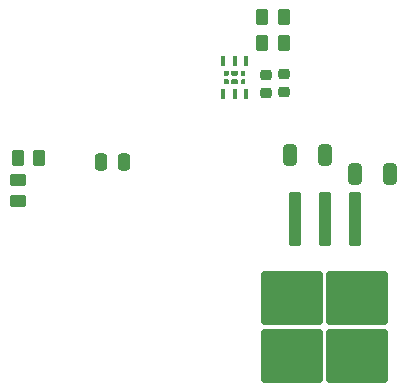
<source format=gbr>
%TF.GenerationSoftware,KiCad,Pcbnew,8.0.7*%
%TF.CreationDate,2025-04-15T22:45:20-07:00*%
%TF.ProjectId,M56PowerPrototype,4d353650-6f77-4657-9250-726f746f7479,rev?*%
%TF.SameCoordinates,Original*%
%TF.FileFunction,Paste,Top*%
%TF.FilePolarity,Positive*%
%FSLAX46Y46*%
G04 Gerber Fmt 4.6, Leading zero omitted, Abs format (unit mm)*
G04 Created by KiCad (PCBNEW 8.0.7) date 2025-04-15 22:45:20*
%MOMM*%
%LPD*%
G01*
G04 APERTURE LIST*
G04 Aperture macros list*
%AMRoundRect*
0 Rectangle with rounded corners*
0 $1 Rounding radius*
0 $2 $3 $4 $5 $6 $7 $8 $9 X,Y pos of 4 corners*
0 Add a 4 corners polygon primitive as box body*
4,1,4,$2,$3,$4,$5,$6,$7,$8,$9,$2,$3,0*
0 Add four circle primitives for the rounded corners*
1,1,$1+$1,$2,$3*
1,1,$1+$1,$4,$5*
1,1,$1+$1,$6,$7*
1,1,$1+$1,$8,$9*
0 Add four rect primitives between the rounded corners*
20,1,$1+$1,$2,$3,$4,$5,0*
20,1,$1+$1,$4,$5,$6,$7,0*
20,1,$1+$1,$6,$7,$8,$9,0*
20,1,$1+$1,$8,$9,$2,$3,0*%
G04 Aperture macros list end*
%ADD10C,0.000000*%
%ADD11RoundRect,0.225000X-0.250000X0.225000X-0.250000X-0.225000X0.250000X-0.225000X0.250000X0.225000X0*%
%ADD12RoundRect,0.250000X-0.262500X-0.450000X0.262500X-0.450000X0.262500X0.450000X-0.262500X0.450000X0*%
%ADD13RoundRect,0.250000X0.325000X0.650000X-0.325000X0.650000X-0.325000X-0.650000X0.325000X-0.650000X0*%
%ADD14RoundRect,0.250000X-0.250000X-0.475000X0.250000X-0.475000X0.250000X0.475000X-0.250000X0.475000X0*%
%ADD15RoundRect,0.250000X-0.325000X-0.650000X0.325000X-0.650000X0.325000X0.650000X-0.325000X0.650000X0*%
%ADD16RoundRect,0.250000X0.450000X-0.262500X0.450000X0.262500X-0.450000X0.262500X-0.450000X-0.262500X0*%
%ADD17RoundRect,0.250000X-0.300000X2.050000X-0.300000X-2.050000X0.300000X-2.050000X0.300000X2.050000X0*%
%ADD18RoundRect,0.250000X-2.375000X2.025000X-2.375000X-2.025000X2.375000X-2.025000X2.375000X2.025000X0*%
%ADD19R,0.400000X0.950000*%
G04 APERTURE END LIST*
D10*
%TO.C,U3*%
G36*
X87856299Y-41583577D02*
G01*
X87714878Y-41724998D01*
X87474929Y-41724998D01*
X87474929Y-41299928D01*
X87856299Y-41299928D01*
X87856299Y-41583577D01*
G37*
G36*
X87856299Y-42066419D02*
G01*
X87856299Y-42350068D01*
X87474929Y-42350068D01*
X87474929Y-41924998D01*
X87714878Y-41924998D01*
X87856299Y-42066419D01*
G37*
G36*
X89225069Y-41724998D02*
G01*
X88985120Y-41724998D01*
X88843699Y-41583577D01*
X88843699Y-41299928D01*
X89225069Y-41299928D01*
X89225069Y-41724998D01*
G37*
G36*
X89225069Y-42350068D02*
G01*
X88843699Y-42350068D01*
X88843699Y-42066419D01*
X88985120Y-41924998D01*
X89225069Y-41924998D01*
X89225069Y-42350068D01*
G37*
G36*
X88643699Y-41583577D02*
G01*
X88502278Y-41724998D01*
X88197720Y-41724998D01*
X88056299Y-41583577D01*
X88056299Y-41299928D01*
X88643699Y-41299928D01*
X88643699Y-41583577D01*
G37*
G36*
X88643699Y-42066419D02*
G01*
X88643699Y-42350068D01*
X88056299Y-42350068D01*
X88056299Y-42066419D01*
X88197720Y-41924998D01*
X88502278Y-41924998D01*
X88643699Y-42066419D01*
G37*
%TD*%
D11*
%TO.C,C3*%
X91000000Y-41600000D03*
X91000000Y-43150000D03*
%TD*%
D12*
%TO.C,R2*%
X90675000Y-36700000D03*
X92500000Y-36700000D03*
%TD*%
%TO.C,R4*%
X69987500Y-48600000D03*
X71812500Y-48600000D03*
%TD*%
%TO.C,R1*%
X90687500Y-38900000D03*
X92512500Y-38900000D03*
%TD*%
D13*
%TO.C,C1*%
X101475000Y-50000000D03*
X98525000Y-50000000D03*
%TD*%
D14*
%TO.C,C5*%
X77050000Y-49000000D03*
X78950000Y-49000000D03*
%TD*%
D15*
%TO.C,C2*%
X93025000Y-48400000D03*
X95975000Y-48400000D03*
%TD*%
D16*
%TO.C,R3*%
X70000000Y-52312500D03*
X70000000Y-50487500D03*
%TD*%
D17*
%TO.C,U1*%
X98500000Y-53800000D03*
X95960000Y-53800000D03*
D18*
X98735000Y-60525000D03*
X93185000Y-60525000D03*
X98735000Y-65375000D03*
X93185000Y-65375000D03*
D17*
X93420000Y-53800000D03*
%TD*%
D19*
%TO.C,U3*%
X87399998Y-43249996D03*
X88349999Y-43249996D03*
X89300000Y-43249996D03*
X89300000Y-40400000D03*
X88349999Y-40400000D03*
X87399998Y-40400000D03*
%TD*%
D11*
%TO.C,C4*%
X92500000Y-41525000D03*
X92500000Y-43075000D03*
%TD*%
M02*

</source>
